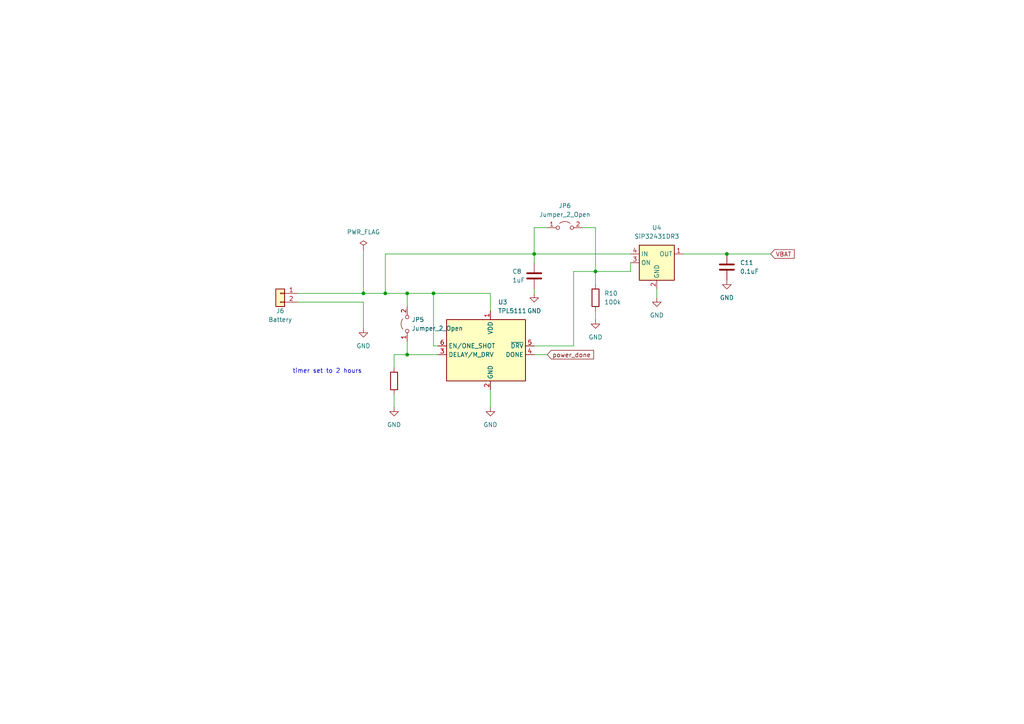
<source format=kicad_sch>
(kicad_sch
	(version 20231120)
	(generator "eeschema")
	(generator_version "8.0")
	(uuid "dcb3556b-1808-4794-a646-3cdbac2f54ef")
	(paper "A4")
	(lib_symbols
		(symbol "Connector_Generic:Conn_01x02"
			(pin_names
				(offset 1.016) hide)
			(exclude_from_sim no)
			(in_bom yes)
			(on_board yes)
			(property "Reference" "J"
				(at 0 2.54 0)
				(effects
					(font
						(size 1.27 1.27)
					)
				)
			)
			(property "Value" "Conn_01x02"
				(at 0 -5.08 0)
				(effects
					(font
						(size 1.27 1.27)
					)
				)
			)
			(property "Footprint" ""
				(at 0 0 0)
				(effects
					(font
						(size 1.27 1.27)
					)
					(hide yes)
				)
			)
			(property "Datasheet" "~"
				(at 0 0 0)
				(effects
					(font
						(size 1.27 1.27)
					)
					(hide yes)
				)
			)
			(property "Description" "Generic connector, single row, 01x02, script generated (kicad-library-utils/schlib/autogen/connector/)"
				(at 0 0 0)
				(effects
					(font
						(size 1.27 1.27)
					)
					(hide yes)
				)
			)
			(property "ki_keywords" "connector"
				(at 0 0 0)
				(effects
					(font
						(size 1.27 1.27)
					)
					(hide yes)
				)
			)
			(property "ki_fp_filters" "Connector*:*_1x??_*"
				(at 0 0 0)
				(effects
					(font
						(size 1.27 1.27)
					)
					(hide yes)
				)
			)
			(symbol "Conn_01x02_1_1"
				(rectangle
					(start -1.27 -2.413)
					(end 0 -2.667)
					(stroke
						(width 0.1524)
						(type default)
					)
					(fill
						(type none)
					)
				)
				(rectangle
					(start -1.27 0.127)
					(end 0 -0.127)
					(stroke
						(width 0.1524)
						(type default)
					)
					(fill
						(type none)
					)
				)
				(rectangle
					(start -1.27 1.27)
					(end 1.27 -3.81)
					(stroke
						(width 0.254)
						(type default)
					)
					(fill
						(type background)
					)
				)
				(pin passive line
					(at -5.08 0 0)
					(length 3.81)
					(name "Pin_1"
						(effects
							(font
								(size 1.27 1.27)
							)
						)
					)
					(number "1"
						(effects
							(font
								(size 1.27 1.27)
							)
						)
					)
				)
				(pin passive line
					(at -5.08 -2.54 0)
					(length 3.81)
					(name "Pin_2"
						(effects
							(font
								(size 1.27 1.27)
							)
						)
					)
					(number "2"
						(effects
							(font
								(size 1.27 1.27)
							)
						)
					)
				)
			)
		)
		(symbol "Device:C"
			(pin_numbers hide)
			(pin_names
				(offset 0.254)
			)
			(exclude_from_sim no)
			(in_bom yes)
			(on_board yes)
			(property "Reference" "C"
				(at 0.635 2.54 0)
				(effects
					(font
						(size 1.27 1.27)
					)
					(justify left)
				)
			)
			(property "Value" "C"
				(at 0.635 -2.54 0)
				(effects
					(font
						(size 1.27 1.27)
					)
					(justify left)
				)
			)
			(property "Footprint" ""
				(at 0.9652 -3.81 0)
				(effects
					(font
						(size 1.27 1.27)
					)
					(hide yes)
				)
			)
			(property "Datasheet" "~"
				(at 0 0 0)
				(effects
					(font
						(size 1.27 1.27)
					)
					(hide yes)
				)
			)
			(property "Description" "Unpolarized capacitor"
				(at 0 0 0)
				(effects
					(font
						(size 1.27 1.27)
					)
					(hide yes)
				)
			)
			(property "ki_keywords" "cap capacitor"
				(at 0 0 0)
				(effects
					(font
						(size 1.27 1.27)
					)
					(hide yes)
				)
			)
			(property "ki_fp_filters" "C_*"
				(at 0 0 0)
				(effects
					(font
						(size 1.27 1.27)
					)
					(hide yes)
				)
			)
			(symbol "C_0_1"
				(polyline
					(pts
						(xy -2.032 -0.762) (xy 2.032 -0.762)
					)
					(stroke
						(width 0.508)
						(type default)
					)
					(fill
						(type none)
					)
				)
				(polyline
					(pts
						(xy -2.032 0.762) (xy 2.032 0.762)
					)
					(stroke
						(width 0.508)
						(type default)
					)
					(fill
						(type none)
					)
				)
			)
			(symbol "C_1_1"
				(pin passive line
					(at 0 3.81 270)
					(length 2.794)
					(name "~"
						(effects
							(font
								(size 1.27 1.27)
							)
						)
					)
					(number "1"
						(effects
							(font
								(size 1.27 1.27)
							)
						)
					)
				)
				(pin passive line
					(at 0 -3.81 90)
					(length 2.794)
					(name "~"
						(effects
							(font
								(size 1.27 1.27)
							)
						)
					)
					(number "2"
						(effects
							(font
								(size 1.27 1.27)
							)
						)
					)
				)
			)
		)
		(symbol "Device:R"
			(pin_numbers hide)
			(pin_names
				(offset 0)
			)
			(exclude_from_sim no)
			(in_bom yes)
			(on_board yes)
			(property "Reference" "R"
				(at 2.032 0 90)
				(effects
					(font
						(size 1.27 1.27)
					)
				)
			)
			(property "Value" "R"
				(at 0 0 90)
				(effects
					(font
						(size 1.27 1.27)
					)
				)
			)
			(property "Footprint" ""
				(at -1.778 0 90)
				(effects
					(font
						(size 1.27 1.27)
					)
					(hide yes)
				)
			)
			(property "Datasheet" "~"
				(at 0 0 0)
				(effects
					(font
						(size 1.27 1.27)
					)
					(hide yes)
				)
			)
			(property "Description" "Resistor"
				(at 0 0 0)
				(effects
					(font
						(size 1.27 1.27)
					)
					(hide yes)
				)
			)
			(property "ki_keywords" "R res resistor"
				(at 0 0 0)
				(effects
					(font
						(size 1.27 1.27)
					)
					(hide yes)
				)
			)
			(property "ki_fp_filters" "R_*"
				(at 0 0 0)
				(effects
					(font
						(size 1.27 1.27)
					)
					(hide yes)
				)
			)
			(symbol "R_0_1"
				(rectangle
					(start -1.016 -2.54)
					(end 1.016 2.54)
					(stroke
						(width 0.254)
						(type default)
					)
					(fill
						(type none)
					)
				)
			)
			(symbol "R_1_1"
				(pin passive line
					(at 0 3.81 270)
					(length 1.27)
					(name "~"
						(effects
							(font
								(size 1.27 1.27)
							)
						)
					)
					(number "1"
						(effects
							(font
								(size 1.27 1.27)
							)
						)
					)
				)
				(pin passive line
					(at 0 -3.81 90)
					(length 1.27)
					(name "~"
						(effects
							(font
								(size 1.27 1.27)
							)
						)
					)
					(number "2"
						(effects
							(font
								(size 1.27 1.27)
							)
						)
					)
				)
			)
		)
		(symbol "Jumper:Jumper_2_Open"
			(pin_names
				(offset 0) hide)
			(exclude_from_sim no)
			(in_bom yes)
			(on_board yes)
			(property "Reference" "JP"
				(at 0 2.794 0)
				(effects
					(font
						(size 1.27 1.27)
					)
				)
			)
			(property "Value" "Jumper_2_Open"
				(at 0 -2.286 0)
				(effects
					(font
						(size 1.27 1.27)
					)
				)
			)
			(property "Footprint" ""
				(at 0 0 0)
				(effects
					(font
						(size 1.27 1.27)
					)
					(hide yes)
				)
			)
			(property "Datasheet" "~"
				(at 0 0 0)
				(effects
					(font
						(size 1.27 1.27)
					)
					(hide yes)
				)
			)
			(property "Description" "Jumper, 2-pole, open"
				(at 0 0 0)
				(effects
					(font
						(size 1.27 1.27)
					)
					(hide yes)
				)
			)
			(property "ki_keywords" "Jumper SPST"
				(at 0 0 0)
				(effects
					(font
						(size 1.27 1.27)
					)
					(hide yes)
				)
			)
			(property "ki_fp_filters" "Jumper* TestPoint*2Pads* TestPoint*Bridge*"
				(at 0 0 0)
				(effects
					(font
						(size 1.27 1.27)
					)
					(hide yes)
				)
			)
			(symbol "Jumper_2_Open_0_0"
				(circle
					(center -2.032 0)
					(radius 0.508)
					(stroke
						(width 0)
						(type default)
					)
					(fill
						(type none)
					)
				)
				(circle
					(center 2.032 0)
					(radius 0.508)
					(stroke
						(width 0)
						(type default)
					)
					(fill
						(type none)
					)
				)
			)
			(symbol "Jumper_2_Open_0_1"
				(arc
					(start 1.524 1.27)
					(mid 0 1.778)
					(end -1.524 1.27)
					(stroke
						(width 0)
						(type default)
					)
					(fill
						(type none)
					)
				)
			)
			(symbol "Jumper_2_Open_1_1"
				(pin passive line
					(at -5.08 0 0)
					(length 2.54)
					(name "A"
						(effects
							(font
								(size 1.27 1.27)
							)
						)
					)
					(number "1"
						(effects
							(font
								(size 1.27 1.27)
							)
						)
					)
				)
				(pin passive line
					(at 5.08 0 180)
					(length 2.54)
					(name "B"
						(effects
							(font
								(size 1.27 1.27)
							)
						)
					)
					(number "2"
						(effects
							(font
								(size 1.27 1.27)
							)
						)
					)
				)
			)
		)
		(symbol "Power_Management:SiP32431DR3"
			(exclude_from_sim no)
			(in_bom yes)
			(on_board yes)
			(property "Reference" "U"
				(at 0 8.89 0)
				(effects
					(font
						(size 1.27 1.27)
					)
				)
			)
			(property "Value" "SiP32431DR3"
				(at 0 6.35 0)
				(effects
					(font
						(size 1.27 1.27)
					)
				)
			)
			(property "Footprint" "Package_TO_SOT_SMD:SOT-363_SC-70-6"
				(at 0 11.43 0)
				(effects
					(font
						(size 1.27 1.27)
					)
					(hide yes)
				)
			)
			(property "Datasheet" "http://www.vishay.com.hk/docs/66597/sip32431.pdf"
				(at 0 0 0)
				(effects
					(font
						(size 1.27 1.27)
					)
					(hide yes)
				)
			)
			(property "Description" "10 pA, Ultra Low Leakage and Quiescent Current, Load Switch with Reverse Blocking, High Enable, SC-70-6"
				(at 0 0 0)
				(effects
					(font
						(size 1.27 1.27)
					)
					(hide yes)
				)
			)
			(property "ki_keywords" "Load switch"
				(at 0 0 0)
				(effects
					(font
						(size 1.27 1.27)
					)
					(hide yes)
				)
			)
			(property "ki_fp_filters" "*SC?70*"
				(at 0 0 0)
				(effects
					(font
						(size 1.27 1.27)
					)
					(hide yes)
				)
			)
			(symbol "SiP32431DR3_0_1"
				(rectangle
					(start -5.08 5.08)
					(end 5.08 -5.08)
					(stroke
						(width 0.254)
						(type default)
					)
					(fill
						(type background)
					)
				)
			)
			(symbol "SiP32431DR3_1_1"
				(pin passive line
					(at 7.62 2.54 180)
					(length 2.54)
					(name "OUT"
						(effects
							(font
								(size 1.27 1.27)
							)
						)
					)
					(number "1"
						(effects
							(font
								(size 1.27 1.27)
							)
						)
					)
				)
				(pin power_in line
					(at 0 -7.62 90)
					(length 2.54)
					(name "GND"
						(effects
							(font
								(size 1.27 1.27)
							)
						)
					)
					(number "2"
						(effects
							(font
								(size 1.27 1.27)
							)
						)
					)
				)
				(pin input line
					(at -7.62 0 0)
					(length 2.54)
					(name "ON"
						(effects
							(font
								(size 1.27 1.27)
							)
						)
					)
					(number "3"
						(effects
							(font
								(size 1.27 1.27)
							)
						)
					)
				)
				(pin passive line
					(at -7.62 2.54 0)
					(length 2.54)
					(name "IN"
						(effects
							(font
								(size 1.27 1.27)
							)
						)
					)
					(number "4"
						(effects
							(font
								(size 1.27 1.27)
							)
						)
					)
				)
				(pin passive line
					(at 0 -7.62 90)
					(length 2.54) hide
					(name "GND"
						(effects
							(font
								(size 1.27 1.27)
							)
						)
					)
					(number "5"
						(effects
							(font
								(size 1.27 1.27)
							)
						)
					)
				)
				(pin no_connect line
					(at 5.08 0 180)
					(length 2.54) hide
					(name "NC"
						(effects
							(font
								(size 1.27 1.27)
							)
						)
					)
					(number "6"
						(effects
							(font
								(size 1.27 1.27)
							)
						)
					)
				)
			)
		)
		(symbol "Timer:TPL5111"
			(exclude_from_sim no)
			(in_bom yes)
			(on_board yes)
			(property "Reference" "U"
				(at -11.43 11.43 0)
				(effects
					(font
						(size 1.27 1.27)
					)
				)
			)
			(property "Value" "TPL5111"
				(at 6.35 11.43 0)
				(effects
					(font
						(size 1.27 1.27)
					)
				)
			)
			(property "Footprint" "Package_TO_SOT_SMD:SOT-23-6"
				(at 0 0 0)
				(effects
					(font
						(size 1.27 1.27)
					)
					(hide yes)
				)
			)
			(property "Datasheet" "http://www.ti.com/lit/ds/symlink/tpl5111.pdf"
				(at -41.91 3.81 0)
				(effects
					(font
						(size 1.27 1.27)
					)
					(hide yes)
				)
			)
			(property "Description" "Timer, Nano Power, Active-High, 35 nA, 100 ms to 7200 s, VDD 1.8V to 5.5V, Iout max 1mA, SOT-23-6"
				(at 0 0 0)
				(effects
					(font
						(size 1.27 1.27)
					)
					(hide yes)
				)
			)
			(property "ki_keywords" "timer active-high nano wake done"
				(at 0 0 0)
				(effects
					(font
						(size 1.27 1.27)
					)
					(hide yes)
				)
			)
			(property "ki_fp_filters" "SOT?23*"
				(at 0 0 0)
				(effects
					(font
						(size 1.27 1.27)
					)
					(hide yes)
				)
			)
			(symbol "TPL5111_0_1"
				(rectangle
					(start -12.7 10.16)
					(end 10.16 -7.62)
					(stroke
						(width 0.254)
						(type default)
					)
					(fill
						(type background)
					)
				)
			)
			(symbol "TPL5111_1_1"
				(pin power_in line
					(at 0 12.7 270)
					(length 2.54)
					(name "VDD"
						(effects
							(font
								(size 1.27 1.27)
							)
						)
					)
					(number "1"
						(effects
							(font
								(size 1.27 1.27)
							)
						)
					)
				)
				(pin power_in line
					(at 0 -10.16 90)
					(length 2.54)
					(name "GND"
						(effects
							(font
								(size 1.27 1.27)
							)
						)
					)
					(number "2"
						(effects
							(font
								(size 1.27 1.27)
							)
						)
					)
				)
				(pin input line
					(at -15.24 0 0)
					(length 2.54)
					(name "DELAY/M_DRV"
						(effects
							(font
								(size 1.27 1.27)
							)
						)
					)
					(number "3"
						(effects
							(font
								(size 1.27 1.27)
							)
						)
					)
				)
				(pin input line
					(at 12.7 0 180)
					(length 2.54)
					(name "DONE"
						(effects
							(font
								(size 1.27 1.27)
							)
						)
					)
					(number "4"
						(effects
							(font
								(size 1.27 1.27)
							)
						)
					)
				)
				(pin output line
					(at 12.7 2.54 180)
					(length 2.54)
					(name "~{DRV}"
						(effects
							(font
								(size 1.27 1.27)
							)
						)
					)
					(number "5"
						(effects
							(font
								(size 1.27 1.27)
							)
						)
					)
				)
				(pin input line
					(at -15.24 2.54 0)
					(length 2.54)
					(name "EN/ONE_SHOT"
						(effects
							(font
								(size 1.27 1.27)
							)
						)
					)
					(number "6"
						(effects
							(font
								(size 1.27 1.27)
							)
						)
					)
				)
			)
		)
		(symbol "power:GND"
			(power)
			(pin_names
				(offset 0)
			)
			(exclude_from_sim no)
			(in_bom yes)
			(on_board yes)
			(property "Reference" "#PWR"
				(at 0 -6.35 0)
				(effects
					(font
						(size 1.27 1.27)
					)
					(hide yes)
				)
			)
			(property "Value" "GND"
				(at 0 -3.81 0)
				(effects
					(font
						(size 1.27 1.27)
					)
				)
			)
			(property "Footprint" ""
				(at 0 0 0)
				(effects
					(font
						(size 1.27 1.27)
					)
					(hide yes)
				)
			)
			(property "Datasheet" ""
				(at 0 0 0)
				(effects
					(font
						(size 1.27 1.27)
					)
					(hide yes)
				)
			)
			(property "Description" "Power symbol creates a global label with name \"GND\" , ground"
				(at 0 0 0)
				(effects
					(font
						(size 1.27 1.27)
					)
					(hide yes)
				)
			)
			(property "ki_keywords" "global power"
				(at 0 0 0)
				(effects
					(font
						(size 1.27 1.27)
					)
					(hide yes)
				)
			)
			(symbol "GND_0_1"
				(polyline
					(pts
						(xy 0 0) (xy 0 -1.27) (xy 1.27 -1.27) (xy 0 -2.54) (xy -1.27 -1.27) (xy 0 -1.27)
					)
					(stroke
						(width 0)
						(type default)
					)
					(fill
						(type none)
					)
				)
			)
			(symbol "GND_1_1"
				(pin power_in line
					(at 0 0 270)
					(length 0) hide
					(name "GND"
						(effects
							(font
								(size 1.27 1.27)
							)
						)
					)
					(number "1"
						(effects
							(font
								(size 1.27 1.27)
							)
						)
					)
				)
			)
		)
		(symbol "power:PWR_FLAG"
			(power)
			(pin_numbers hide)
			(pin_names
				(offset 0) hide)
			(exclude_from_sim no)
			(in_bom yes)
			(on_board yes)
			(property "Reference" "#FLG"
				(at 0 1.905 0)
				(effects
					(font
						(size 1.27 1.27)
					)
					(hide yes)
				)
			)
			(property "Value" "PWR_FLAG"
				(at 0 3.81 0)
				(effects
					(font
						(size 1.27 1.27)
					)
				)
			)
			(property "Footprint" ""
				(at 0 0 0)
				(effects
					(font
						(size 1.27 1.27)
					)
					(hide yes)
				)
			)
			(property "Datasheet" "~"
				(at 0 0 0)
				(effects
					(font
						(size 1.27 1.27)
					)
					(hide yes)
				)
			)
			(property "Description" "Special symbol for telling ERC where power comes from"
				(at 0 0 0)
				(effects
					(font
						(size 1.27 1.27)
					)
					(hide yes)
				)
			)
			(property "ki_keywords" "flag power"
				(at 0 0 0)
				(effects
					(font
						(size 1.27 1.27)
					)
					(hide yes)
				)
			)
			(symbol "PWR_FLAG_0_0"
				(pin power_out line
					(at 0 0 90)
					(length 0)
					(name "pwr"
						(effects
							(font
								(size 1.27 1.27)
							)
						)
					)
					(number "1"
						(effects
							(font
								(size 1.27 1.27)
							)
						)
					)
				)
			)
			(symbol "PWR_FLAG_0_1"
				(polyline
					(pts
						(xy 0 0) (xy 0 1.27) (xy -1.016 1.905) (xy 0 2.54) (xy 1.016 1.905) (xy 0 1.27)
					)
					(stroke
						(width 0)
						(type default)
					)
					(fill
						(type none)
					)
				)
			)
		)
	)
	(junction
		(at 105.41 85.09)
		(diameter 0)
		(color 0 0 0 0)
		(uuid "17d9b315-a1c7-4909-ae65-6ee5aac20503")
	)
	(junction
		(at 118.11 102.87)
		(diameter 0)
		(color 0 0 0 0)
		(uuid "1e8ebfc4-9fbf-4a77-b8c3-d338edf888ed")
	)
	(junction
		(at 172.72 78.74)
		(diameter 0)
		(color 0 0 0 0)
		(uuid "3247ef6a-8eb2-47db-8d4e-852a4d0f6c94")
	)
	(junction
		(at 154.94 73.66)
		(diameter 0)
		(color 0 0 0 0)
		(uuid "42e7e8f9-eba5-4cb2-a088-9c6659d3348f")
	)
	(junction
		(at 111.76 85.09)
		(diameter 0)
		(color 0 0 0 0)
		(uuid "45275c53-b288-41fa-a4d2-744519118ffe")
	)
	(junction
		(at 125.73 85.09)
		(diameter 0)
		(color 0 0 0 0)
		(uuid "6bafcb16-4ed5-4f8c-9969-070a07580251")
	)
	(junction
		(at 118.11 85.09)
		(diameter 0)
		(color 0 0 0 0)
		(uuid "b15bd954-e79d-4570-8fb7-753212f8fb95")
	)
	(junction
		(at 210.82 73.66)
		(diameter 0)
		(color 0 0 0 0)
		(uuid "ed136a90-95b9-47fc-8835-99f3c22ef9c6")
	)
	(wire
		(pts
			(xy 105.41 72.39) (xy 105.41 85.09)
		)
		(stroke
			(width 0)
			(type default)
		)
		(uuid "03a522e7-c611-4444-acf3-b4107a79214f")
	)
	(wire
		(pts
			(xy 172.72 66.04) (xy 172.72 78.74)
		)
		(stroke
			(width 0)
			(type default)
		)
		(uuid "08ac5132-f632-42b1-8761-4c621512b002")
	)
	(wire
		(pts
			(xy 105.41 87.63) (xy 105.41 95.25)
		)
		(stroke
			(width 0)
			(type default)
		)
		(uuid "0aa95d40-f967-4b24-96df-9b8abf595c77")
	)
	(wire
		(pts
			(xy 118.11 99.06) (xy 118.11 102.87)
		)
		(stroke
			(width 0)
			(type default)
		)
		(uuid "0e5a57fd-233f-4784-bd9a-d9fd8ca3ed1a")
	)
	(wire
		(pts
			(xy 154.94 73.66) (xy 182.88 73.66)
		)
		(stroke
			(width 0)
			(type default)
		)
		(uuid "0f07cf8d-f366-41dc-b0ed-703bcb4d78af")
	)
	(wire
		(pts
			(xy 127 100.33) (xy 125.73 100.33)
		)
		(stroke
			(width 0)
			(type default)
		)
		(uuid "10d454a7-3cdc-47a0-9b76-54a808775d76")
	)
	(wire
		(pts
			(xy 86.36 85.09) (xy 105.41 85.09)
		)
		(stroke
			(width 0)
			(type default)
		)
		(uuid "1221e106-29dd-42aa-8921-b936e4b0ad37")
	)
	(wire
		(pts
			(xy 111.76 73.66) (xy 111.76 85.09)
		)
		(stroke
			(width 0)
			(type default)
		)
		(uuid "187b03c4-bbe1-4e3f-b08a-2d4e85d73a40")
	)
	(wire
		(pts
			(xy 114.3 102.87) (xy 118.11 102.87)
		)
		(stroke
			(width 0)
			(type default)
		)
		(uuid "2808d36b-2254-4f5d-9582-0166c9666e40")
	)
	(wire
		(pts
			(xy 142.24 85.09) (xy 142.24 90.17)
		)
		(stroke
			(width 0)
			(type default)
		)
		(uuid "2953409d-0ee8-4fb7-8d27-234345152f47")
	)
	(wire
		(pts
			(xy 125.73 85.09) (xy 125.73 100.33)
		)
		(stroke
			(width 0)
			(type default)
		)
		(uuid "31eb1d5f-fdf4-4c65-8df7-1cd1191880ef")
	)
	(wire
		(pts
			(xy 154.94 76.2) (xy 154.94 73.66)
		)
		(stroke
			(width 0)
			(type default)
		)
		(uuid "39a80e39-f669-4d75-bf81-1ca23382576f")
	)
	(wire
		(pts
			(xy 111.76 85.09) (xy 118.11 85.09)
		)
		(stroke
			(width 0)
			(type default)
		)
		(uuid "3bc4dc99-d7bd-4438-872d-1c990373e3e7")
	)
	(wire
		(pts
			(xy 172.72 90.17) (xy 172.72 92.71)
		)
		(stroke
			(width 0)
			(type default)
		)
		(uuid "40f8dfc7-f85c-4f53-b733-31f4b6408bdf")
	)
	(wire
		(pts
			(xy 154.94 83.82) (xy 154.94 85.09)
		)
		(stroke
			(width 0)
			(type default)
		)
		(uuid "5014a421-b54e-41a2-b8ac-dec87536c0e6")
	)
	(wire
		(pts
			(xy 198.12 73.66) (xy 210.82 73.66)
		)
		(stroke
			(width 0)
			(type default)
		)
		(uuid "58a10259-0e26-49a5-9a28-a3ddd47943d0")
	)
	(wire
		(pts
			(xy 86.36 87.63) (xy 105.41 87.63)
		)
		(stroke
			(width 0)
			(type default)
		)
		(uuid "59a96075-01af-45ea-979b-47c6f2977f46")
	)
	(wire
		(pts
			(xy 105.41 85.09) (xy 111.76 85.09)
		)
		(stroke
			(width 0)
			(type default)
		)
		(uuid "5a8da05d-8568-4b65-af10-906f0232dd28")
	)
	(wire
		(pts
			(xy 172.72 78.74) (xy 172.72 82.55)
		)
		(stroke
			(width 0)
			(type default)
		)
		(uuid "62d0b815-3c03-43d4-bc63-3afd493cf7b1")
	)
	(wire
		(pts
			(xy 154.94 100.33) (xy 166.37 100.33)
		)
		(stroke
			(width 0)
			(type default)
		)
		(uuid "855a466b-388b-41f0-b28a-70811021e93f")
	)
	(wire
		(pts
			(xy 182.88 78.74) (xy 182.88 76.2)
		)
		(stroke
			(width 0)
			(type default)
		)
		(uuid "8754bb2f-7f7e-41d7-b190-53fe2cd5825e")
	)
	(wire
		(pts
			(xy 154.94 66.04) (xy 154.94 73.66)
		)
		(stroke
			(width 0)
			(type default)
		)
		(uuid "8ade90d7-b780-49b0-a2ee-a8f7ef146805")
	)
	(wire
		(pts
			(xy 190.5 86.36) (xy 190.5 83.82)
		)
		(stroke
			(width 0)
			(type default)
		)
		(uuid "924d4432-1552-4100-b642-1ace6f7fd013")
	)
	(wire
		(pts
			(xy 114.3 118.11) (xy 114.3 114.3)
		)
		(stroke
			(width 0)
			(type default)
		)
		(uuid "945a2a22-7145-463f-944f-5cfbe6f7adfc")
	)
	(wire
		(pts
			(xy 172.72 78.74) (xy 182.88 78.74)
		)
		(stroke
			(width 0)
			(type default)
		)
		(uuid "947a458c-eef0-448a-bbe0-4058db7838d0")
	)
	(wire
		(pts
			(xy 210.82 73.66) (xy 223.52 73.66)
		)
		(stroke
			(width 0)
			(type default)
		)
		(uuid "9a0bb17f-6511-4a4b-a9ad-6970b9be64b2")
	)
	(wire
		(pts
			(xy 118.11 85.09) (xy 118.11 88.9)
		)
		(stroke
			(width 0)
			(type default)
		)
		(uuid "9e872c11-f1d9-44fa-9d60-a9026bfc71ab")
	)
	(wire
		(pts
			(xy 166.37 78.74) (xy 166.37 100.33)
		)
		(stroke
			(width 0)
			(type default)
		)
		(uuid "a8861ba3-3557-4c8e-bc75-289e54401c14")
	)
	(wire
		(pts
			(xy 111.76 73.66) (xy 154.94 73.66)
		)
		(stroke
			(width 0)
			(type default)
		)
		(uuid "a8a6ed65-1c62-4dd9-a8fc-e8fe6c411312")
	)
	(wire
		(pts
			(xy 168.91 66.04) (xy 172.72 66.04)
		)
		(stroke
			(width 0)
			(type default)
		)
		(uuid "b292a70c-7555-418d-9245-d6642fdfd71c")
	)
	(wire
		(pts
			(xy 166.37 78.74) (xy 172.72 78.74)
		)
		(stroke
			(width 0)
			(type default)
		)
		(uuid "c176d9d4-323f-4225-8f72-1d4847077e13")
	)
	(wire
		(pts
			(xy 142.24 113.03) (xy 142.24 118.11)
		)
		(stroke
			(width 0)
			(type default)
		)
		(uuid "c584675a-f934-4cde-ad69-fc4aa9243e0d")
	)
	(wire
		(pts
			(xy 118.11 85.09) (xy 125.73 85.09)
		)
		(stroke
			(width 0)
			(type default)
		)
		(uuid "cfe1514e-faf6-46f1-83c8-890eb930e886")
	)
	(wire
		(pts
			(xy 114.3 102.87) (xy 114.3 106.68)
		)
		(stroke
			(width 0)
			(type default)
		)
		(uuid "d6a0623c-3d9f-4e8a-a6b6-8437b508abde")
	)
	(wire
		(pts
			(xy 118.11 102.87) (xy 127 102.87)
		)
		(stroke
			(width 0)
			(type default)
		)
		(uuid "d82ae523-0bbe-4f62-986d-8f592baf0090")
	)
	(wire
		(pts
			(xy 125.73 85.09) (xy 142.24 85.09)
		)
		(stroke
			(width 0)
			(type default)
		)
		(uuid "e0526a33-653c-46a2-884c-50896c2fbd24")
	)
	(wire
		(pts
			(xy 158.75 66.04) (xy 154.94 66.04)
		)
		(stroke
			(width 0)
			(type default)
		)
		(uuid "e1067059-d252-4865-b66b-d37dc6d8b254")
	)
	(wire
		(pts
			(xy 154.94 102.87) (xy 158.75 102.87)
		)
		(stroke
			(width 0)
			(type default)
		)
		(uuid "fb0a79a3-5032-4f97-be01-80a3be961143")
	)
	(text "timer set to 2 hours"
		(exclude_from_sim no)
		(at 84.836 108.458 0)
		(effects
			(font
				(size 1.27 1.27)
			)
			(justify left bottom)
		)
		(uuid "21736b9f-49ae-4ba4-bb02-4a2607bb06e8")
	)
	(global_label "power_done"
		(shape input)
		(at 158.75 102.87 0)
		(effects
			(font
				(size 1.27 1.27)
			)
			(justify left)
		)
		(uuid "5e3c6d06-cc4b-40a3-b6c6-7a1e6af416aa")
		(property "Intersheetrefs" "${INTERSHEET_REFS}"
			(at 201.7426 151.0506 0)
			(effects
				(font
					(size 1.27 1.27)
				)
				(justify left)
				(hide yes)
			)
		)
	)
	(global_label "VBAT"
		(shape input)
		(at 223.52 73.66 0)
		(fields_autoplaced yes)
		(effects
			(font
				(size 1.27 1.27)
			)
			(justify left)
		)
		(uuid "b63c4b98-3214-4c8b-b0d7-ad67df6b65db")
		(property "Intersheetrefs" "${INTERSHEET_REFS}"
			(at 230.92 73.66 0)
			(effects
				(font
					(size 1.27 1.27)
				)
				(justify left)
				(hide yes)
			)
		)
	)
	(symbol
		(lib_id "power:GND")
		(at 172.72 92.71 0)
		(unit 1)
		(exclude_from_sim no)
		(in_bom yes)
		(on_board yes)
		(dnp no)
		(fields_autoplaced yes)
		(uuid "1d8beb3e-64dd-4018-9607-2794eaf45ff6")
		(property "Reference" "#PWR020"
			(at 172.72 99.06 0)
			(effects
				(font
					(size 1.27 1.27)
				)
				(hide yes)
			)
		)
		(property "Value" "GND"
			(at 172.72 97.79 0)
			(effects
				(font
					(size 1.27 1.27)
				)
			)
		)
		(property "Footprint" ""
			(at 172.72 92.71 0)
			(effects
				(font
					(size 1.27 1.27)
				)
				(hide yes)
			)
		)
		(property "Datasheet" ""
			(at 172.72 92.71 0)
			(effects
				(font
					(size 1.27 1.27)
				)
				(hide yes)
			)
		)
		(property "Description" ""
			(at 172.72 92.71 0)
			(effects
				(font
					(size 1.27 1.27)
				)
				(hide yes)
			)
		)
		(pin "1"
			(uuid "96e55760-7e24-4c91-8068-9b7209e2b5d9")
		)
		(instances
			(project "meracia_jednotka_v1"
				(path "/6cb4d69c-0451-4a38-98d0-070a19ab8e70/0959a7ca-2dd9-45ab-841d-4b7de2b97a00"
					(reference "#PWR020")
					(unit 1)
				)
			)
		)
	)
	(symbol
		(lib_id "power:GND")
		(at 105.41 95.25 0)
		(unit 1)
		(exclude_from_sim no)
		(in_bom yes)
		(on_board yes)
		(dnp no)
		(fields_autoplaced yes)
		(uuid "360ade99-6697-4c33-b885-6b93cf88b4c4")
		(property "Reference" "#PWR08"
			(at 105.41 101.6 0)
			(effects
				(font
					(size 1.27 1.27)
				)
				(hide yes)
			)
		)
		(property "Value" "GND"
			(at 105.41 100.33 0)
			(effects
				(font
					(size 1.27 1.27)
				)
			)
		)
		(property "Footprint" ""
			(at 105.41 95.25 0)
			(effects
				(font
					(size 1.27 1.27)
				)
				(hide yes)
			)
		)
		(property "Datasheet" ""
			(at 105.41 95.25 0)
			(effects
				(font
					(size 1.27 1.27)
				)
				(hide yes)
			)
		)
		(property "Description" ""
			(at 105.41 95.25 0)
			(effects
				(font
					(size 1.27 1.27)
				)
				(hide yes)
			)
		)
		(pin "1"
			(uuid "d051f2c9-e999-46d9-b0e5-8b2cda7a26c9")
		)
		(instances
			(project "meracia_jednotka_v1"
				(path "/6cb4d69c-0451-4a38-98d0-070a19ab8e70/0959a7ca-2dd9-45ab-841d-4b7de2b97a00"
					(reference "#PWR08")
					(unit 1)
				)
			)
		)
	)
	(symbol
		(lib_id "power:GND")
		(at 114.3 118.11 0)
		(unit 1)
		(exclude_from_sim no)
		(in_bom yes)
		(on_board yes)
		(dnp no)
		(fields_autoplaced yes)
		(uuid "42c92d1f-6778-4697-b9a8-1af559f98bda")
		(property "Reference" "#PWR013"
			(at 114.3 124.46 0)
			(effects
				(font
					(size 1.27 1.27)
				)
				(hide yes)
			)
		)
		(property "Value" "GND"
			(at 114.3 123.19 0)
			(effects
				(font
					(size 1.27 1.27)
				)
			)
		)
		(property "Footprint" ""
			(at 114.3 118.11 0)
			(effects
				(font
					(size 1.27 1.27)
				)
				(hide yes)
			)
		)
		(property "Datasheet" ""
			(at 114.3 118.11 0)
			(effects
				(font
					(size 1.27 1.27)
				)
				(hide yes)
			)
		)
		(property "Description" ""
			(at 114.3 118.11 0)
			(effects
				(font
					(size 1.27 1.27)
				)
				(hide yes)
			)
		)
		(pin "1"
			(uuid "93931199-386b-4ddc-9c5c-1c49848adcd9")
		)
		(instances
			(project "meracia_jednotka_v1"
				(path "/6cb4d69c-0451-4a38-98d0-070a19ab8e70/0959a7ca-2dd9-45ab-841d-4b7de2b97a00"
					(reference "#PWR013")
					(unit 1)
				)
			)
		)
	)
	(symbol
		(lib_id "Device:R")
		(at 172.72 86.36 0)
		(unit 1)
		(exclude_from_sim no)
		(in_bom yes)
		(on_board yes)
		(dnp no)
		(fields_autoplaced yes)
		(uuid "4d2087cb-0ece-4028-be1e-b138e6b8880f")
		(property "Reference" "R10"
			(at 175.26 85.0899 0)
			(effects
				(font
					(size 1.27 1.27)
				)
				(justify left)
			)
		)
		(property "Value" "100k"
			(at 175.26 87.6299 0)
			(effects
				(font
					(size 1.27 1.27)
				)
				(justify left)
			)
		)
		(property "Footprint" "Resistor_SMD:R_1206_3216Metric_Pad1.30x1.75mm_HandSolder"
			(at 170.942 86.36 90)
			(effects
				(font
					(size 1.27 1.27)
				)
				(hide yes)
			)
		)
		(property "Datasheet" "~"
			(at 172.72 86.36 0)
			(effects
				(font
					(size 1.27 1.27)
				)
				(hide yes)
			)
		)
		(property "Description" ""
			(at 172.72 86.36 0)
			(effects
				(font
					(size 1.27 1.27)
				)
				(hide yes)
			)
		)
		(pin "1"
			(uuid "d9cd05a9-d5ae-4195-9de2-f066eaf2987e")
		)
		(pin "2"
			(uuid "54feaa4c-3361-4023-a6a0-3fad085d24e7")
		)
		(instances
			(project "meracia_jednotka_v1"
				(path "/6cb4d69c-0451-4a38-98d0-070a19ab8e70/0959a7ca-2dd9-45ab-841d-4b7de2b97a00"
					(reference "R10")
					(unit 1)
				)
			)
		)
	)
	(symbol
		(lib_id "Jumper:Jumper_2_Open")
		(at 163.83 66.04 0)
		(unit 1)
		(exclude_from_sim no)
		(in_bom yes)
		(on_board yes)
		(dnp no)
		(fields_autoplaced yes)
		(uuid "5b4a26a6-12d6-4dca-b37f-eca557b3d728")
		(property "Reference" "JP6"
			(at 163.83 59.69 0)
			(effects
				(font
					(size 1.27 1.27)
				)
			)
		)
		(property "Value" "Jumper_2_Open"
			(at 163.83 62.23 0)
			(effects
				(font
					(size 1.27 1.27)
				)
			)
		)
		(property "Footprint" "Connector_PinHeader_2.54mm:PinHeader_1x02_P2.54mm_Vertical"
			(at 163.83 66.04 0)
			(effects
				(font
					(size 1.27 1.27)
				)
				(hide yes)
			)
		)
		(property "Datasheet" "~"
			(at 163.83 66.04 0)
			(effects
				(font
					(size 1.27 1.27)
				)
				(hide yes)
			)
		)
		(property "Description" ""
			(at 163.83 66.04 0)
			(effects
				(font
					(size 1.27 1.27)
				)
				(hide yes)
			)
		)
		(pin "1"
			(uuid "dbba24c8-cfa8-45b2-80b5-fa0c7d7880b2")
		)
		(pin "2"
			(uuid "1defca20-7b42-4dc9-9934-7c09668e06b4")
		)
		(instances
			(project "meracia_jednotka_v1"
				(path "/6cb4d69c-0451-4a38-98d0-070a19ab8e70/0959a7ca-2dd9-45ab-841d-4b7de2b97a00"
					(reference "JP6")
					(unit 1)
				)
			)
		)
	)
	(symbol
		(lib_id "Power_Management:SiP32431DR3")
		(at 190.5 76.2 0)
		(unit 1)
		(exclude_from_sim no)
		(in_bom yes)
		(on_board yes)
		(dnp no)
		(fields_autoplaced yes)
		(uuid "6309632e-c7d9-4fbd-b63c-7f4d18f02683")
		(property "Reference" "U4"
			(at 190.5 66.04 0)
			(effects
				(font
					(size 1.27 1.27)
				)
			)
		)
		(property "Value" "SiP32431DR3"
			(at 190.5 68.58 0)
			(effects
				(font
					(size 1.27 1.27)
				)
			)
		)
		(property "Footprint" "Package_TO_SOT_SMD:SOT-363_SC-70-6"
			(at 190.5 64.77 0)
			(effects
				(font
					(size 1.27 1.27)
				)
				(hide yes)
			)
		)
		(property "Datasheet" "http://www.vishay.com.hk/docs/66597/sip32431.pdf"
			(at 190.5 76.2 0)
			(effects
				(font
					(size 1.27 1.27)
				)
				(hide yes)
			)
		)
		(property "Description" ""
			(at 190.5 76.2 0)
			(effects
				(font
					(size 1.27 1.27)
				)
				(hide yes)
			)
		)
		(pin "1"
			(uuid "f2722eae-cc31-4f5c-bcc9-be7c8827296f")
		)
		(pin "2"
			(uuid "752da674-661b-4c9d-a27b-f39e7316bc43")
		)
		(pin "3"
			(uuid "9fa61e6a-8b68-4b06-ae44-c857bed59fc4")
		)
		(pin "4"
			(uuid "7a5d1e90-8907-4f25-86e5-788dcad0b4a1")
		)
		(pin "5"
			(uuid "811e8cb5-95ec-45f5-9550-f4af37dd9d50")
		)
		(pin "6"
			(uuid "bb3e8214-26d8-42af-b39b-1f4df267cb18")
		)
		(instances
			(project "meracia_jednotka_v1"
				(path "/6cb4d69c-0451-4a38-98d0-070a19ab8e70/0959a7ca-2dd9-45ab-841d-4b7de2b97a00"
					(reference "U4")
					(unit 1)
				)
			)
		)
	)
	(symbol
		(lib_id "power:PWR_FLAG")
		(at 105.41 72.39 0)
		(unit 1)
		(exclude_from_sim no)
		(in_bom yes)
		(on_board yes)
		(dnp no)
		(fields_autoplaced yes)
		(uuid "6ebc90e9-1f27-4c18-a5f8-85c376af7283")
		(property "Reference" "#FLG01"
			(at 105.41 70.485 0)
			(effects
				(font
					(size 1.27 1.27)
				)
				(hide yes)
			)
		)
		(property "Value" "PWR_FLAG"
			(at 105.41 67.31 0)
			(effects
				(font
					(size 1.27 1.27)
				)
			)
		)
		(property "Footprint" ""
			(at 105.41 72.39 0)
			(effects
				(font
					(size 1.27 1.27)
				)
				(hide yes)
			)
		)
		(property "Datasheet" "~"
			(at 105.41 72.39 0)
			(effects
				(font
					(size 1.27 1.27)
				)
				(hide yes)
			)
		)
		(property "Description" ""
			(at 105.41 72.39 0)
			(effects
				(font
					(size 1.27 1.27)
				)
				(hide yes)
			)
		)
		(pin "1"
			(uuid "f00776db-3098-43ed-819b-b2a1e84a4f90")
		)
		(instances
			(project "meracia_jednotka_v1"
				(path "/6cb4d69c-0451-4a38-98d0-070a19ab8e70/0959a7ca-2dd9-45ab-841d-4b7de2b97a00"
					(reference "#FLG01")
					(unit 1)
				)
			)
		)
	)
	(symbol
		(lib_id "Device:C")
		(at 210.82 77.47 0)
		(unit 1)
		(exclude_from_sim no)
		(in_bom yes)
		(on_board yes)
		(dnp no)
		(fields_autoplaced yes)
		(uuid "7d99cfba-d4bc-4bda-afbf-b895fa266957")
		(property "Reference" "C11"
			(at 214.63 76.1999 0)
			(effects
				(font
					(size 1.27 1.27)
				)
				(justify left)
			)
		)
		(property "Value" "0.1uF"
			(at 214.63 78.7399 0)
			(effects
				(font
					(size 1.27 1.27)
				)
				(justify left)
			)
		)
		(property "Footprint" "Capacitor_SMD:C_1206_3216Metric_Pad1.33x1.80mm_HandSolder"
			(at 211.7852 81.28 0)
			(effects
				(font
					(size 1.27 1.27)
				)
				(hide yes)
			)
		)
		(property "Datasheet" "~"
			(at 210.82 77.47 0)
			(effects
				(font
					(size 1.27 1.27)
				)
				(hide yes)
			)
		)
		(property "Description" ""
			(at 210.82 77.47 0)
			(effects
				(font
					(size 1.27 1.27)
				)
				(hide yes)
			)
		)
		(pin "1"
			(uuid "0d0f0805-487d-4bb9-b1fe-96570d505a88")
		)
		(pin "2"
			(uuid "a2a92751-4017-43d9-9615-e478bd7e52c8")
		)
		(instances
			(project "meracia_jednotka_v1"
				(path "/6cb4d69c-0451-4a38-98d0-070a19ab8e70/0959a7ca-2dd9-45ab-841d-4b7de2b97a00"
					(reference "C11")
					(unit 1)
				)
			)
		)
	)
	(symbol
		(lib_id "Connector_Generic:Conn_01x02")
		(at 81.28 85.09 0)
		(mirror y)
		(unit 1)
		(exclude_from_sim no)
		(in_bom yes)
		(on_board yes)
		(dnp no)
		(uuid "87d90bd6-af18-467a-8c6a-dd882e9abf68")
		(property "Reference" "J6"
			(at 81.28 90.17 0)
			(effects
				(font
					(size 1.27 1.27)
				)
			)
		)
		(property "Value" "Battery"
			(at 81.28 92.71 0)
			(effects
				(font
					(size 1.27 1.27)
				)
			)
		)
		(property "Footprint" "Battery:BatteryHolder_Keystone_2462_2xAA"
			(at 81.28 85.09 0)
			(effects
				(font
					(size 1.27 1.27)
				)
				(hide yes)
			)
		)
		(property "Datasheet" "~"
			(at 81.28 85.09 0)
			(effects
				(font
					(size 1.27 1.27)
				)
				(hide yes)
			)
		)
		(property "Description" ""
			(at 81.28 85.09 0)
			(effects
				(font
					(size 1.27 1.27)
				)
				(hide yes)
			)
		)
		(pin "1"
			(uuid "18eb6171-fa2e-4456-90d2-9b0940cafab8")
		)
		(pin "2"
			(uuid "b91b96b8-655d-4aae-ba27-8e8be68ff775")
		)
		(instances
			(project "meracia_jednotka_v1"
				(path "/6cb4d69c-0451-4a38-98d0-070a19ab8e70/0959a7ca-2dd9-45ab-841d-4b7de2b97a00"
					(reference "J6")
					(unit 1)
				)
			)
		)
	)
	(symbol
		(lib_id "power:GND")
		(at 154.94 85.09 0)
		(unit 1)
		(exclude_from_sim no)
		(in_bom yes)
		(on_board yes)
		(dnp no)
		(fields_autoplaced yes)
		(uuid "8d60d9ef-9b45-44a5-a62e-313326d2d133")
		(property "Reference" "#PWR021"
			(at 154.94 91.44 0)
			(effects
				(font
					(size 1.27 1.27)
				)
				(hide yes)
			)
		)
		(property "Value" "GND"
			(at 154.94 90.17 0)
			(effects
				(font
					(size 1.27 1.27)
				)
			)
		)
		(property "Footprint" ""
			(at 154.94 85.09 0)
			(effects
				(font
					(size 1.27 1.27)
				)
				(hide yes)
			)
		)
		(property "Datasheet" ""
			(at 154.94 85.09 0)
			(effects
				(font
					(size 1.27 1.27)
				)
				(hide yes)
			)
		)
		(property "Description" ""
			(at 154.94 85.09 0)
			(effects
				(font
					(size 1.27 1.27)
				)
				(hide yes)
			)
		)
		(pin "1"
			(uuid "1e079e5c-04f4-42ca-bfc7-cc3380f35c5e")
		)
		(instances
			(project "meracia_jednotka_v1"
				(path "/6cb4d69c-0451-4a38-98d0-070a19ab8e70/0959a7ca-2dd9-45ab-841d-4b7de2b97a00"
					(reference "#PWR021")
					(unit 1)
				)
			)
		)
	)
	(symbol
		(lib_id "Jumper:Jumper_2_Open")
		(at 118.11 93.98 90)
		(unit 1)
		(exclude_from_sim no)
		(in_bom yes)
		(on_board yes)
		(dnp no)
		(fields_autoplaced yes)
		(uuid "9851827b-ec94-489a-8510-06ef72d8458f")
		(property "Reference" "JP5"
			(at 119.38 92.71 90)
			(effects
				(font
					(size 1.27 1.27)
				)
				(justify right)
			)
		)
		(property "Value" "Jumper_2_Open"
			(at 119.38 95.25 90)
			(effects
				(font
					(size 1.27 1.27)
				)
				(justify right)
			)
		)
		(property "Footprint" "Connector_PinHeader_2.54mm:PinHeader_1x02_P2.54mm_Vertical"
			(at 118.11 93.98 0)
			(effects
				(font
					(size 1.27 1.27)
				)
				(hide yes)
			)
		)
		(property "Datasheet" "~"
			(at 118.11 93.98 0)
			(effects
				(font
					(size 1.27 1.27)
				)
				(hide yes)
			)
		)
		(property "Description" ""
			(at 118.11 93.98 0)
			(effects
				(font
					(size 1.27 1.27)
				)
				(hide yes)
			)
		)
		(pin "1"
			(uuid "ceb0bc8d-1915-4816-a54d-19abb5b2e725")
		)
		(pin "2"
			(uuid "27a9d3de-ba11-4043-b4a7-e19c7912beea")
		)
		(instances
			(project "meracia_jednotka_v1"
				(path "/6cb4d69c-0451-4a38-98d0-070a19ab8e70/0959a7ca-2dd9-45ab-841d-4b7de2b97a00"
					(reference "JP5")
					(unit 1)
				)
			)
		)
	)
	(symbol
		(lib_id "Timer:TPL5111")
		(at 142.24 102.87 0)
		(unit 1)
		(exclude_from_sim no)
		(in_bom yes)
		(on_board yes)
		(dnp no)
		(fields_autoplaced yes)
		(uuid "9e1f2fc1-8c18-4954-94cd-c8fb56df2ad7")
		(property "Reference" "U3"
			(at 144.4341 87.63 0)
			(effects
				(font
					(size 1.27 1.27)
				)
				(justify left)
			)
		)
		(property "Value" "TPL5111"
			(at 144.4341 90.17 0)
			(effects
				(font
					(size 1.27 1.27)
				)
				(justify left)
			)
		)
		(property "Footprint" "Package_TO_SOT_SMD:SOT-23-6"
			(at 142.24 102.87 0)
			(effects
				(font
					(size 1.27 1.27)
				)
				(hide yes)
			)
		)
		(property "Datasheet" "http://www.ti.com/lit/ds/symlink/tpl5111.pdf"
			(at 100.33 99.06 0)
			(effects
				(font
					(size 1.27 1.27)
				)
				(hide yes)
			)
		)
		(property "Description" ""
			(at 142.24 102.87 0)
			(effects
				(font
					(size 1.27 1.27)
				)
				(hide yes)
			)
		)
		(pin "1"
			(uuid "5753480b-f169-4e0d-ad88-901110b3848c")
		)
		(pin "2"
			(uuid "6fe6f2f6-748d-40c1-af40-cfd77e9bffa5")
		)
		(pin "3"
			(uuid "cf94ad0f-e94c-490a-a096-a9103b0b0a06")
		)
		(pin "4"
			(uuid "289a73b5-de2c-4486-a3fc-e29a0ecfbb9e")
		)
		(pin "5"
			(uuid "7f396c45-43ae-4340-9e7f-aedba7f5a4d3")
		)
		(pin "6"
			(uuid "73fa740c-a32b-48ee-83c1-daf1babb3c9c")
		)
		(instances
			(project "meracia_jednotka_v1"
				(path "/6cb4d69c-0451-4a38-98d0-070a19ab8e70/0959a7ca-2dd9-45ab-841d-4b7de2b97a00"
					(reference "U3")
					(unit 1)
				)
			)
		)
	)
	(symbol
		(lib_id "power:GND")
		(at 190.5 86.36 0)
		(unit 1)
		(exclude_from_sim no)
		(in_bom yes)
		(on_board yes)
		(dnp no)
		(fields_autoplaced yes)
		(uuid "bdbebccb-2779-41e9-83ed-4ae1c44d1824")
		(property "Reference" "#PWR015"
			(at 190.5 92.71 0)
			(effects
				(font
					(size 1.27 1.27)
				)
				(hide yes)
			)
		)
		(property "Value" "GND"
			(at 190.5 91.44 0)
			(effects
				(font
					(size 1.27 1.27)
				)
			)
		)
		(property "Footprint" ""
			(at 190.5 86.36 0)
			(effects
				(font
					(size 1.27 1.27)
				)
				(hide yes)
			)
		)
		(property "Datasheet" ""
			(at 190.5 86.36 0)
			(effects
				(font
					(size 1.27 1.27)
				)
				(hide yes)
			)
		)
		(property "Description" ""
			(at 190.5 86.36 0)
			(effects
				(font
					(size 1.27 1.27)
				)
				(hide yes)
			)
		)
		(pin "1"
			(uuid "a76d2f2b-06f8-436f-81a5-3acbf9464e2c")
		)
		(instances
			(project "meracia_jednotka_v1"
				(path "/6cb4d69c-0451-4a38-98d0-070a19ab8e70/0959a7ca-2dd9-45ab-841d-4b7de2b97a00"
					(reference "#PWR015")
					(unit 1)
				)
			)
		)
	)
	(symbol
		(lib_id "power:GND")
		(at 210.82 81.28 0)
		(unit 1)
		(exclude_from_sim no)
		(in_bom yes)
		(on_board yes)
		(dnp no)
		(fields_autoplaced yes)
		(uuid "d0b8b5b6-2974-4d85-9468-067b06b81cba")
		(property "Reference" "#PWR011"
			(at 210.82 87.63 0)
			(effects
				(font
					(size 1.27 1.27)
				)
				(hide yes)
			)
		)
		(property "Value" "GND"
			(at 210.82 86.36 0)
			(effects
				(font
					(size 1.27 1.27)
				)
			)
		)
		(property "Footprint" ""
			(at 210.82 81.28 0)
			(effects
				(font
					(size 1.27 1.27)
				)
				(hide yes)
			)
		)
		(property "Datasheet" ""
			(at 210.82 81.28 0)
			(effects
				(font
					(size 1.27 1.27)
				)
				(hide yes)
			)
		)
		(property "Description" ""
			(at 210.82 81.28 0)
			(effects
				(font
					(size 1.27 1.27)
				)
				(hide yes)
			)
		)
		(pin "1"
			(uuid "55eeb5a1-33eb-47ec-8f76-f89d838521f5")
		)
		(instances
			(project "meracia_jednotka_v1"
				(path "/6cb4d69c-0451-4a38-98d0-070a19ab8e70/0959a7ca-2dd9-45ab-841d-4b7de2b97a00"
					(reference "#PWR011")
					(unit 1)
				)
			)
		)
	)
	(symbol
		(lib_id "Device:R")
		(at 114.3 110.49 0)
		(mirror x)
		(unit 1)
		(exclude_from_sim no)
		(in_bom yes)
		(on_board yes)
		(dnp no)
		(uuid "d2fb11c9-4fbc-4013-bc36-6d686f740b35")
		(property "Reference" "R9"
			(at 111.76 109.22 0)
			(effects
				(font
					(size 1.27 1.27)
				)
				(justify right)
				(hide yes)
			)
		)
		(property "Value" "57k"
			(at 111.76 111.76 0)
			(effects
				(font
					(size 1.27 1.27)
				)
				(justify right)
				(hide yes)
			)
		)
		(property "Footprint" "Resistor_SMD:R_1206_3216Metric_Pad1.30x1.75mm_HandSolder"
			(at 112.522 110.49 90)
			(effects
				(font
					(size 1.27 1.27)
				)
				(hide yes)
			)
		)
		(property "Datasheet" "~"
			(at 114.3 110.49 0)
			(effects
				(font
					(size 1.27 1.27)
				)
				(hide yes)
			)
		)
		(property "Description" ""
			(at 114.3 110.49 0)
			(effects
				(font
					(size 1.27 1.27)
				)
				(hide yes)
			)
		)
		(pin "1"
			(uuid "7ef5f697-8f40-4179-b24b-9bacf0c34b82")
		)
		(pin "2"
			(uuid "60fef129-cb77-4e9e-b7c9-2a4a2b8641ad")
		)
		(instances
			(project "meracia_jednotka_v1"
				(path "/6cb4d69c-0451-4a38-98d0-070a19ab8e70/0959a7ca-2dd9-45ab-841d-4b7de2b97a00"
					(reference "R9")
					(unit 1)
				)
			)
		)
	)
	(symbol
		(lib_id "power:GND")
		(at 142.24 118.11 0)
		(unit 1)
		(exclude_from_sim no)
		(in_bom yes)
		(on_board yes)
		(dnp no)
		(fields_autoplaced yes)
		(uuid "e46b2e2d-8713-4fd9-838c-e6d68f239be9")
		(property "Reference" "#PWR016"
			(at 142.24 124.46 0)
			(effects
				(font
					(size 1.27 1.27)
				)
				(hide yes)
			)
		)
		(property "Value" "GND"
			(at 142.24 123.19 0)
			(effects
				(font
					(size 1.27 1.27)
				)
			)
		)
		(property "Footprint" ""
			(at 142.24 118.11 0)
			(effects
				(font
					(size 1.27 1.27)
				)
				(hide yes)
			)
		)
		(property "Datasheet" ""
			(at 142.24 118.11 0)
			(effects
				(font
					(size 1.27 1.27)
				)
				(hide yes)
			)
		)
		(property "Description" ""
			(at 142.24 118.11 0)
			(effects
				(font
					(size 1.27 1.27)
				)
				(hide yes)
			)
		)
		(pin "1"
			(uuid "779af957-4029-4cae-a5ec-399e3d478cc8")
		)
		(instances
			(project "meracia_jednotka_v1"
				(path "/6cb4d69c-0451-4a38-98d0-070a19ab8e70/0959a7ca-2dd9-45ab-841d-4b7de2b97a00"
					(reference "#PWR016")
					(unit 1)
				)
			)
		)
	)
	(symbol
		(lib_id "Device:C")
		(at 154.94 80.01 180)
		(unit 1)
		(exclude_from_sim no)
		(in_bom yes)
		(on_board yes)
		(dnp no)
		(uuid "f2c059ae-6b34-411e-bc52-d0505739694f")
		(property "Reference" "C8"
			(at 148.59 78.74 0)
			(effects
				(font
					(size 1.27 1.27)
				)
				(justify right)
			)
		)
		(property "Value" "1uF"
			(at 148.59 81.28 0)
			(effects
				(font
					(size 1.27 1.27)
				)
				(justify right)
			)
		)
		(property "Footprint" "Capacitor_SMD:C_1206_3216Metric_Pad1.33x1.80mm_HandSolder"
			(at 153.9748 76.2 0)
			(effects
				(font
					(size 1.27 1.27)
				)
				(hide yes)
			)
		)
		(property "Datasheet" "~"
			(at 154.94 80.01 0)
			(effects
				(font
					(size 1.27 1.27)
				)
				(hide yes)
			)
		)
		(property "Description" ""
			(at 154.94 80.01 0)
			(effects
				(font
					(size 1.27 1.27)
				)
				(hide yes)
			)
		)
		(pin "1"
			(uuid "0f2d3e5f-658f-4510-a7c9-21b6f037186e")
		)
		(pin "2"
			(uuid "5b06d5bc-38f7-4f58-a2d0-0f298c36cc49")
		)
		(instances
			(project "meracia_jednotka_v1"
				(path "/6cb4d69c-0451-4a38-98d0-070a19ab8e70/0959a7ca-2dd9-45ab-841d-4b7de2b97a00"
					(reference "C8")
					(unit 1)
				)
			)
		)
	)
)
</source>
